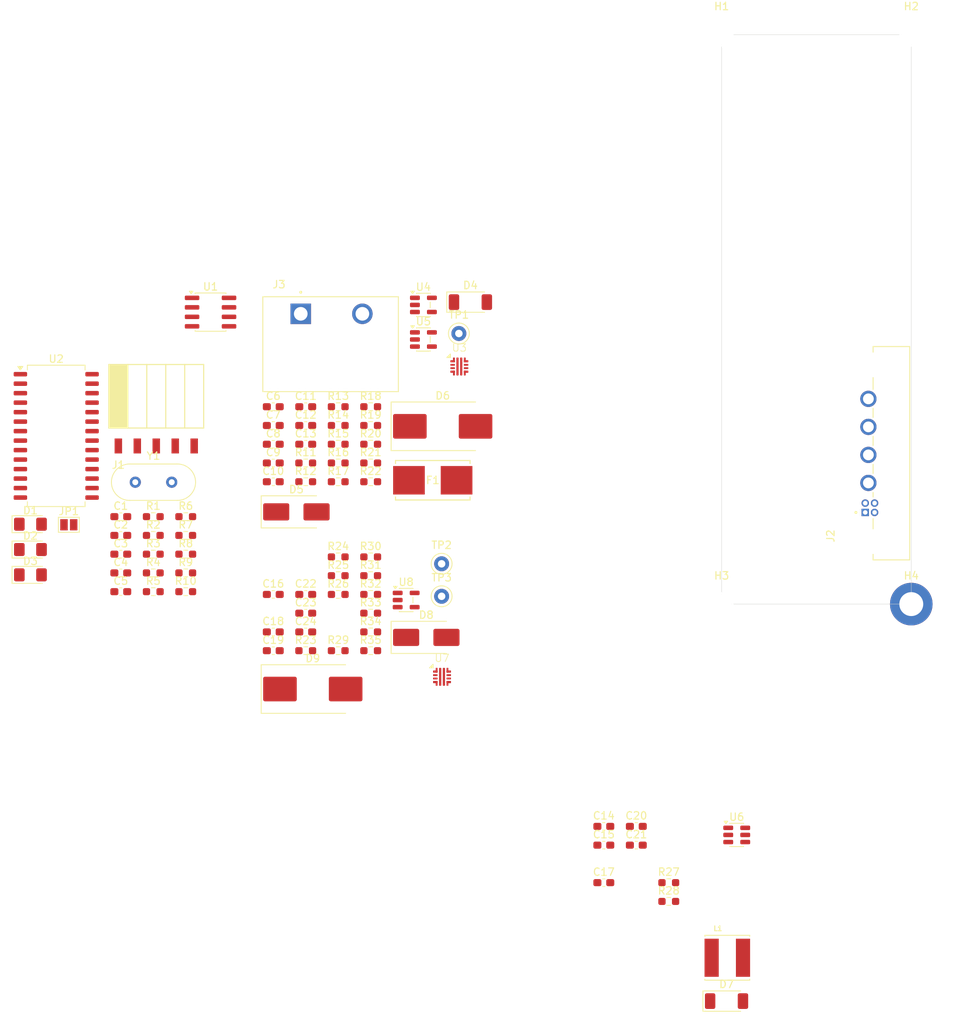
<source format=kicad_pcb>
(kicad_pcb (version 20241229) (generator "pcbnew") (generator_version "9.0")
  (layers (0 "F.Cu" signal) (4 "In1.Cu" power "PWR") (6 "In2.Cu" power "GND") (2 "B.Cu" signal) (13 "F.Paste" user) (15 "B.Paste" user) (5 "F.SilkS" user "F.Silkscreen") (7 "B.SilkS" user "B.Silkscreen") (1 "F.Mask" user) (3 "B.Mask" user) (25 "Edge.Cuts" user))
  (net 0 "")
  (net 1 "+12V")
  (net 2 "GND")
  (net 3 "+5V")
  (net 4 "Net-(JP1-A)")
  (net 5 "/OSC1")
  (net 6 "/OSC2")
  (net 7 "/5V_Current_Sense")
  (net 8 "/12V_Current_Sense")
  (net 9 "/Charge_Line")
  (net 10 "Net-(D3-K)")
  (net 11 "/CANL")
  (net 12 "+5V_SW")
  (net 13 "/CANH")
  (net 14 "/ICSPCLK")
  (net 15 "/~{MCLR}")
  (net 16 "/ICSPDAT")
  (net 17 "/BATT_Voltage_Sense")
  (net 18 "/5V_Voltage_Sense")
  (net 19 "/Red_LED")
  (net 20 "/Blue_LED")
  (net 21 "/White_LED")
  (net 22 "/CAN_TX")
  (net 23 "/CAN_RX")
  (net 24 "/12V_Fuse_FLT")
  (net 25 "+BATT")
  (net 26 "/BATT_Current_Sense")
  (net 27 "Net-(U3-ITIMER)")
  (net 28 "/5V_Fuse_FLT")
  (net 29 "Net-(J3-Pin_1)")
  (net 30 "/Charge Circuitry+12V-5V Buck/BATT_ISense_+")
  (net 31 "Net-(D1-K)")
  (net 32 "/5V_Fuse_RST{slash}EN")
  (net 33 "Net-(U3-dVdt)")
  (net 34 "Net-(U7-dVdt)")
  (net 35 "Net-(U7-ITIMER)")
  (net 36 "Net-(U7-OVLO)")
  (net 37 "/5V_Enable/5V_I_Sense_Op_Amp_In")
  (net 38 "Net-(U7-PGTH)")
  (net 39 "/12V_RST{slash}EN")
  (net 40 "/Charge Circuitry+12V-5V Buck/12V_I_Sense_Op_Amp_In")
  (net 41 "Net-(D2-K)")
  (net 42 "Net-(U2-~{MCLR})")
  (net 43 "/5V_Enable/Buck_In")
  (net 44 "Net-(U8--)")
  (net 45 "Net-(U6-VBST)")
  (net 46 "/5V_Enable/SW_PIN")
  (net 47 "Net-(U3-OVLO)")
  (net 48 "Net-(U5--)")
  (net 49 "Net-(R18-Pad2)")
  (net 50 "Net-(U3-PGTH)")
  (net 51 "Net-(R32-Pad2)")
  (net 58 "Net-(R21-Pad2)")
  (net 59 "Net-(U6-VFB)")
  (footprint "rocket_power_board:0154Series_LTF" (layer "F.Cu") (at 164.5088 85.0248)
    (property "Reference" "F1" (at 0 0 0) (layer "F.SilkS"))
    (property "Value" "0154005.DRL")
    (pad "1" smd rect (at -3.1877 0) (size 4.2418 3.81) (layers "F.Cu" "F.Mask" "F.Paste") (net 30 "/Charge Circuitry+12V-5V Buck/BATT_ISense_+"))
    (pad "2" smd rect (at 3.1877 0) (size 4.2418 3.81) (layers "F.Cu" "F.Mask" "F.Paste") (net 29 "Net-(J3-Pin_1)"))
  )
  (footprint "Resistor_SMD:R_0603_1608Metric_Pad0.98x0.95mm_HandSolder" (layer "F.Cu") (at 156.195 75.185)
    (property "Reference" "R18" (at 0 -1.43 0) (layer "F.SilkS"))
    (property "Value" "71.5k")
    (pad "1" smd roundrect (at -0.9125 0) (size 0.975 0.95) (layers "F.Cu" "F.Mask" "F.Paste") (net 48 "Net-(U5--)"))
    (pad "2" smd roundrect (at 0.9125 0) (size 0.975 0.95) (layers "F.Cu" "F.Mask" "F.Paste") (net 49 "Net-(R18-Pad2)"))
  )
  (footprint "Diode_SMD:D_SOD-128" (layer "F.Cu") (at 203.855 154.728)
    (property "Reference" "D7" (at 0 -2.25 0) (layer "F.SilkS"))
    (property "Value" "PMEG3030EP")
    (pad "1" smd roundrect (at -2.2 0) (size 1.4 2.1) (layers "F.Cu" "F.Mask" "F.Paste") (roundrect_rratio 0.1785714286) (net 43 "/5V_Enable/Buck_In"))
    (pad "2" smd roundrect (at 2.2 0) (size 1.4 2.1) (layers "F.Cu" "F.Mask" "F.Paste") (roundrect_rratio 0.1785714286) (net 25 "+BATT"))
  )
  (footprint "Capacitor_SMD:C_0603_1608Metric_Pad1.08x0.95mm_HandSolder" (layer "F.Cu") (at 122.725 89.895)
    (property "Reference" "C1" (at 0 -1.43 0) (layer "F.SilkS"))
    (property "Value" "10uF")
    (pad "1" smd roundrect (at -0.8625 0) (size 1.075 0.95) (layers "F.Cu" "F.Mask" "F.Paste") (net 3 "+5V"))
    (pad "2" smd roundrect (at 0.8625 0) (size 1.075 0.95) (layers "F.Cu" "F.Mask" "F.Paste") (net 2 "GND"))
  )
  (footprint "Resistor_SMD:R_0603_1608Metric_Pad0.98x0.95mm_HandSolder" (layer "F.Cu") (at 131.425 89.895)
    (property "Reference" "R6" (at 0 -1.43 0) (layer "F.SilkS"))
    (property "Value" "15k")
    (pad "1" smd roundrect (at -0.9125 0) (size 0.975 0.95) (layers "F.Cu" "F.Mask" "F.Paste") (net 3 "+5V"))
    (pad "2" smd roundrect (at 0.9125 0) (size 0.975 0.95) (layers "F.Cu" "F.Mask" "F.Paste") (net 18 "/5V_Voltage_Sense"))
  )
  (footprint "Capacitor_SMD:C_0603_1608Metric_Pad1.08x0.95mm_HandSolder" (layer "F.Cu") (at 147.495 75.185)
    (property "Reference" "C11" (at 0 -1.43 0) (layer "F.SilkS"))
    (property "Value" "1.6nF")
    (pad "1" smd roundrect (at -0.8625 0) (size 1.075 0.95) (layers "F.Cu" "F.Mask" "F.Paste") (net 26 "/BATT_Current_Sense"))
    (pad "2" smd roundrect (at 0.8625 0) (size 1.075 0.95) (layers "F.Cu" "F.Mask" "F.Paste") (net 2 "GND"))
  )
  (footprint "Capacitor_SMD:C_0603_1608Metric_Pad1.08x0.95mm_HandSolder" (layer "F.Cu") (at 147.495 100.305)
    (property "Reference" "C22" (at 0 -1.43 0) (layer "F.SilkS"))
    (property "Value" "1.0uF")
    (pad "1" smd roundrect (at -0.8625 0) (size 1.075 0.95) (layers "F.Cu" "F.Mask" "F.Paste") (net 3 "+5V"))
    (pad "2" smd roundrect (at 0.8625 0) (size 1.075 0.95) (layers "F.Cu" "F.Mask" "F.Paste") (net 2 "GND"))
  )
  (footprint "Capacitor_SMD:C_0603_1608Metric_Pad1.08x0.95mm_HandSolder" (layer "F.Cu") (at 187.42 131.348)
    (property "Reference" "C14" (at 0 -1.43 0) (layer "F.SilkS"))
    (property "Value" "10uF")
    (pad "1" smd roundrect (at -0.8625 0) (size 1.075 0.95) (layers "F.Cu" "F.Mask" "F.Paste") (net 43 "/5V_Enable/Buck_In"))
    (pad "2" smd roundrect (at 0.8625 0) (size 1.075 0.95) (layers "F.Cu" "F.Mask" "F.Paste") (net 2 "GND"))
  )
  (footprint "Resistor_SMD:R_0603_1608Metric_Pad0.98x0.95mm_HandSolder" (layer "F.Cu") (at 131.425 92.405)
    (property "Reference" "R7" (at 0 -1.43 0) (layer "F.SilkS"))
    (property "Value" "10k")
    (pad "1" smd roundrect (at -0.9125 0) (size 0.975 0.95) (layers "F.Cu" "F.Mask" "F.Paste") (net 2 "GND"))
    (pad "2" smd roundrect (at 0.9125 0) (size 0.975 0.95) (layers "F.Cu" "F.Mask" "F.Paste") (net 18 "/5V_Voltage_Sense"))
  )
  (footprint "Resistor_SMD:R_0603_1608Metric_Pad0.98x0.95mm_HandSolder" (layer "F.Cu") (at 147.495 107.835)
    (property "Reference" "R23" (at 0 -1.43 0) (layer "F.SilkS"))
    (property "Value" "400k")
    (pad "1" smd roundrect (at -0.9125 0) (size 0.975 0.95) (layers "F.Cu" "F.Mask" "F.Paste") (net 25 "+BATT"))
    (pad "2" smd roundrect (at 0.9125 0) (size 0.975 0.95) (layers "F.Cu" "F.Mask" "F.Paste") (net 32 "/5V_Fuse_RST{slash}EN"))
  )
  (footprint "TestPoint:TestPoint_Keystone_5000-5004_Miniature" (layer "F.Cu") (at 168.005 65.385)
    (property "Reference" "TP1" (at 0 -2.5 0) (layer "F.SilkS"))
    (property "Value" "12V_Voltage")
    (pad "1" thru_hole circle (at 0 0) (size 2 2) (drill 1) (layers "*.Cu" "*.Mask") (net 1 "+12V"))
  )
  (footprint "Resistor_SMD:R_0603_1608Metric_Pad0.98x0.95mm_HandSolder" (layer "F.Cu") (at 151.845 82.715)
    (property "Reference" "R16" (at 0 -1.43 0) (layer "F.SilkS"))
    (property "Value" "1.67k")
    (pad "1" smd roundrect (at -0.9125 0) (size 0.975 0.95) (layers "F.Cu" "F.Mask" "F.Paste") (net 40 "/Charge Circuitry+12V-5V Buck/12V_I_Sense_Op_Amp_In"))
    (pad "2" smd roundrect (at 0.9125 0) (size 0.975 0.95) (layers "F.Cu" "F.Mask" "F.Paste") (net 2 "GND"))
  )
  (footprint "Resistor_SMD:R_0603_1608Metric_Pad0.98x0.95mm_HandSolder" (layer "F.Cu") (at 156.195 102.815)
    (property "Reference" "R33" (at 0 -1.43 0) (layer "F.SilkS"))
    (property "Value" "30.5k")
    (pad "1" smd roundrect (at -0.9125 0) (size 0.975 0.95) (layers "F.Cu" "F.Mask" "F.Paste") (net 12 "+5V_SW"))
    (pad "2" smd roundrect (at 0.9125 0) (size 0.975 0.95) (layers "F.Cu" "F.Mask" "F.Paste") (net 38 "Net-(U7-PGTH)"))
  )
  (footprint "LED_SMD:LED_1206_3216Metric_Pad1.42x1.75mm_HandSolder" (layer "F.Cu") (at 110.62 97.685)
    (property "Reference" "D3" (at 0 -1.83 0) (layer "F.SilkS"))
    (property "Value" "WHITE")
    (pad "1" smd roundrect (at -1.4875 0) (size 1.425 1.75) (layers "F.Cu" "F.Mask" "F.Paste") (roundrect_rratio 0.175439) (net 10 "Net-(D3-K)"))
    (pad "2" smd roundrect (at 1.4875 0) (size 1.425 1.75) (layers "F.Cu" "F.Mask" "F.Paste") (roundrect_rratio 0.175439) (net 3 "+5V"))
  )
  (footprint "Diode_SMD:D_SMC_Handsoldering" (layer "F.Cu") (at 165.84 77.805)
    (property "Reference" "D6" (at 0 -4.1 0) (layer "F.SilkS"))
    (property "Value" "SS34")
    (pad "1" smd roundrect (at -4.4 0 90) (size 3.3 4.5) (layers "F.Cu" "F.Mask" "F.Paste") (roundrect_rratio 0.0757575758) (net 1 "+12V"))
    (pad "2" smd roundrect (at 4.4 0 90) (size 3.3 4.5) (layers "F.Cu" "F.Mask" "F.Paste") (roundrect_rratio 0.0757575758) (net 2 "GND"))
  )
  (footprint "Resistor_SMD:R_0603_1608Metric_Pad0.98x0.95mm_HandSolder" (layer "F.Cu") (at 151.845 100.305)
    (property "Reference" "R26" (at 0 -1.43 0) (layer "F.SilkS"))
    (property "Value" "50k")
    (pad "1" smd roundrect (at -0.9125 0) (size 0.975 0.95) (layers "F.Cu" "F.Mask" "F.Paste") (net 36 "Net-(U7-OVLO)"))
    (pad "2" smd roundrect (at 0.9125 0) (size 0.975 0.95) (layers "F.Cu" "F.Mask" "F.Paste") (net 2 "GND"))
  )
  (footprint "Capacitor_SMD:C_0603_1608Metric_Pad1.08x0.95mm_HandSolder" (layer "F.Cu") (at 147.495 77.695)
    (property "Reference" "C12" (at 0 -1.43 0) (layer "F.SilkS"))
    (property "Value" "1.6nF")
    (pad "1" smd roundrect (at -0.8625 0) (size 1.075 0.95) (layers "F.Cu" "F.Mask" "F.Paste") (net 8 "/12V_Current_Sense"))
    (pad "2" smd roundrect (at 0.8625 0) (size 1.075 0.95) (layers "F.Cu" "F.Mask" "F.Paste") (net 2 "GND"))
  )
  (footprint "Resistor_SMD:R_0603_1608Metric_Pad0.98x0.95mm_HandSolder" (layer "F.Cu") (at 127.075 92.405)
    (property "Reference" "R2" (at 0 -1.43 0) (layer "F.SilkS"))
    (property "Value" "10k")
    (pad "1" smd roundrect (at -0.9125 0) (size 0.975 0.95) (layers "F.Cu" "F.Mask" "F.Paste") (net 3 "+5V"))
    (pad "2" smd roundrect (at 0.9125 0) (size 0.975 0.95) (layers "F.Cu" "F.Mask" "F.Paste") (net 15 "/~{MCLR}"))
  )
  (footprint "Diode_SMD:D_SOD-128" (layer "F.Cu") (at 169.55 61.185)
    (property "Reference" "D4" (at 0 -2.25 0) (layer "F.SilkS"))
    (property "Value" "PMEG3030EP")
    (pad "1" smd roundrect (at -2.2 0) (size 1.4 2.1) (layers "F.Cu" "F.Mask" "F.Paste") (roundrect_rratio 0.1785714286) (net 25 "+BATT"))
    (pad "2" smd roundrect (at 2.2 0) (size 1.4 2.1) (layers "F.Cu" "F.Mask" "F.Paste") (roundrect_rratio 0.1785714286) (net 9 "/Charge_Line"))
  )
  (footprint "Resistor_SMD:R_0603_1608Metric_Pad0.98x0.95mm_HandSolder" (layer "F.Cu") (at 127.075 89.895)
    (property "Reference" "R1" (at 0 -1.43 0) (layer "F.SilkS"))
    (property "Value" "120R (DNP)")
    (pad "1" smd roundrect (at -0.9125 0) (size 0.975 0.95) (layers "F.Cu" "F.Mask" "F.Paste") (net 13 "/CANH"))
    (pad "2" smd roundrect (at 0.9125 0) (size 0.975 0.95) (layers "F.Cu" "F.Mask" "F.Paste") (net 11 "/CANL"))
  )
  (footprint "Package_TO_SOT_SMD:SOT-23-5" (layer "F.Cu") (at 163.255 61.56)
    (property "Reference" "U4" (at 0 -2.4 0) (layer "F.SilkS"))
    (property "Value" "INA180A3")
    (pad "1" smd roundrect (at -1.1375 -0.95) (size 1.325 0.6) (layers "F.Cu" "F.Mask" "F.Paste") (net 58 "Net-(R21-Pad2)"))
    (pad "2" smd roundrect (at -1.1375 0) (size 1.325 0.6) (layers "F.Cu" "F.Mask" "F.Paste") (net 2 "GND"))
    (pad "3" smd roundrect (at -1.1375 0.95) (size 1.325 0.6) (layers "F.Cu" "F.Mask" "F.Paste") (net 30 "/Charge Circuitry+12V-5V Buck/BATT_ISense_+"))
    (pad "4" smd roundrect (at 1.1375 0.95) (size 1.325 0.6) (layers "F.Cu" "F.Mask" "F.Paste") (net 25 "+BATT"))
    (pad "5" smd roundrect (at 1.1375 -0.95) (size 1.325 0.6) (layers "F.Cu" "F.Mask" "F.Paste") (net 3 "+5V"))
  )
  (footprint "canhw_footprints:PinSocket_5x2.54_SMD_90deg_952-3198-1-ND" (layer "F.Cu") (at 122.395 80.435)
    (property "Reference" "J1" (at 0 2.54 0) (layer "F.SilkS"))
    (property "Value" "Programming Connector")
    (pad "1" smd rect (at 0 0) (size 1 2) (layers "F.Cu" "F.Mask" "F.Paste") (net 15 "/~{MCLR}"))
    (pad "2" smd rect (at 2.54 0) (size 1 2) (layers "F.Cu" "F.Mask" "F.Paste") (net 3 "+5V"))
    (pad "3" smd rect (at 5.08 0) (size 1 2) (layers "F.Cu" "F.Mask" "F.Paste") (net 2 "GND"))
    (pad "4" smd rect (at 7.62 0) (size 1 2) (layers "F.Cu" "F.Mask" "F.Paste") (net 16 "/ICSPDAT"))
    (pad "5" smd rect (at 10.16 0) (size 1 2) (layers "F.Cu" "F.Mask" "F.Paste") (net 14 "/ICSPCLK"))
  )
  (footprint "Package_SO:SOIC-28W_7.5x18.7mm_P1.27mm" (layer "F.Cu") (at 114.075 79.085)
    (property "Reference" "U2" (at 0 -10.3 0) (layer "F.SilkS"))
    (property "Value" "PIC18F26K83-I/SO")
    (pad "1" smd roundrect (at -4.8 -8.255) (size 1.8 0.6) (layers "F.Cu" "F.Mask" "F.Paste") (net 42 "Net-(U2-~{MCLR})"))
    (pad "2" smd roundrect (at -4.8 -6.985) (size 1.8 0.6) (layers "F.Cu" "F.Mask" "F.Paste") (net 18 "/5V_Voltage_Sense"))
    (pad "3" smd roundrect (at -4.8 -5.715) (size 1.8 0.6) (layers "F.Cu" "F.Mask" "F.Paste"))
    (pad "4" smd roundrect (at -4.8 -4.445) (size 1.8 0.6) (layers "F.Cu" "F.Mask" "F.Paste"))
    (pad "5" smd roundrect (at -4.8 -3.175) (size 1.8 0.6) (layers "F.Cu" "F.Mask" "F.Paste"))
    (pad "6" smd roundrect (at -4.8 -1.905) (size 1.8 0.6) (layers "F.Cu" "F.Mask" "F.Paste") (net 19 "/Red_LED"))
    (pad "7" smd roundrect (at -4.8 -0.635) (size 1.8 0.6) (layers "F.Cu" "F.Mask" "F.Paste") (net 21 "/White_LED"))
    (pad "8" smd roundrect (at -4.8 0.635) (size 1.8 0.6) (layers "F.Cu" "F.Mask" "F.Paste") (net 2 "GND"))
    (pad "9" smd roundrect (at -4.8 1.905) (size 1.8 0.6) (layers "F.Cu" "F.Mask" "F.Paste") (net 5 "/OSC1"))
    (pad "10" smd roundrect (at -4.8 3.175) (size 1.8 0.6) (layers "F.Cu" "F.Mask" "F.Paste") (net 6 "/OSC2"))
    (pad "11" smd roundrect (at -4.8 4.445) (size 1.8 0.6) (layers "F.Cu" "F.Mask" "F.Paste"))
    (pad "12" smd roundrect (at -4.8 5.715) (size 1.8 0.6) (layers "F.Cu" "F.Mask" "F.Paste") (net 22 "/CAN_TX"))
    (pad "13" smd roundrect (at -4.8 6.985) (size 1.8 0.6) (layers "F.Cu" "F.Mask" "F.Paste") (net 23 "/CAN_RX"))
    (pad "14" smd roundrect (at -4.8 8.255) (size 1.8 0.6) (layers "F.Cu" "F.Mask" "F.Paste") (net 20 "/Blue_LED"))
    (pad "15" smd roundrect (at 4.8 8.255) (size 1.8 0.6) (layers "F.Cu" "F.Mask" "F.Paste") (net 28 "/5V_Fuse_FLT"))
    (pad "16" smd roundrect (at 4.8 6.985) (size 1.8 0.6) (layers "F.Cu" "F.Mask" "F.Paste") (net 24 "/12V_Fuse_FLT"))
    (pad "17" smd roundrect (at 4.8 5.715) (size 1.8 0.6) (layers "F.Cu" "F.Mask" "F.Paste") (net 26 "/BATT_Current_Sense"))
    (pad "18" smd roundrect (at 4.8 4.445) (size 1.8 0.6) (layers "F.Cu" "F.Mask" "F.Paste") (net 32 "/5V_Fuse_RST{slash}EN"))
    (pad "19" smd roundrect (at 4.8 3.175) (size 1.8 0.6) (layers "F.Cu" "F.Mask" "F.Paste") (net 2 "GND"))
    (pad "20" smd roundrect (at 4.8 1.905) (size 1.8 0.6) (layers "F.Cu" "F.Mask" "F.Paste") (net 3 "+5V"))
    (pad "21" smd roundrect (at 4.8 0.635) (size 1.8 0.6) (layers "F.Cu" "F.Mask" "F.Paste") (net 39 "/12V_RST{slash}EN"))
    (pad "22" smd roundrect (at 4.8 -0.635) (size 1.8 0.6) (layers "F.Cu" "F.Mask" "F.Paste") (net 17 "/BATT_Voltage_Sense"))
    (pad "23" smd roundrect (at 4.8 -1.905) (size 1.8 0.6) (layers "F.Cu" "F.Mask" "F.Paste"))
    (pad "24" smd roundrect (at 4.8 -3.175) (size 1.8 0.6) (layers "F.Cu" "F.Mask" "F.Paste") (net 7 "/5V_Current_Sense"))
    (pad "25" smd roundrect (at 4.8 -4.445) (size 1.8 0.6) (layers "F.Cu" "F.Mask" "F.Paste") (net 8 "/12V_Current_Sense"))
    (pad "26" smd roundrect (at 4.8 -5.715) (size 1.8 0.6) (layers "F.Cu" "F.Mask" "F.Paste"))
    (pad "27" smd roundrect (at 4.8 -6.985) (size 1.8 0.6) (layers "F.Cu" "F.Mask" "F.Paste") (net 14 "/ICSPCLK"))
    (pad "28" smd roundrect (at 4.8 -8.255) (size 1.8 0.6) (layers "F.Cu" "F.Mask" "F.Paste") (net 16 "/ICSPDAT"))
  )
  (footprint "MountingHole:MountingHole_3.2mm_M3_ISO7380" (layer "F.Cu") (at 228.6 25.4)
    (property "Reference" "H2" (at 0 -3.8 0) (layer "F.SilkS"))
    (property "Value" "MountingHole")
    (pad "" np_thru_hole circle (at 0 0) (size 3.2 3.2) (drill 3.2) (layers "*.Cu" "*.Mask"))
  )
  (footprint "Resistor_SMD:R_0603_1608Metric_Pad0.98x0.95mm_HandSolder" (layer "F.Cu") (at 147.495 82.715)
    (property "Reference" "R11" (at 0 -1.43 0) (layer "F.SilkS"))
    (property "Value" "10mR")
    (pad "1" smd roundrect (at -0.9125 0) (size 0.975 0.95) (layers "F.Cu" "F.Mask" "F.Paste") (net 25 "+BATT"))
    (pad "2" smd roundrect (at 0.9125 0) (size 0.975 0.95) (layers "F.Cu" "F.Mask" "F.Paste") (net 30 "/Charge Circuitry+12V-5V Buck/BATT_ISense_+"))
  )
  (footprint "Diode_SMD:D_SMC_Handsoldering" (layer "F.Cu") (at 148.44 112.965)
    (property "Reference" "D9" (at 0 -4.1 0) (layer "F.SilkS"))
    (property "Value" "SS34")
    (pad "1" smd roundrect (at -4.4 0 90) (size 3.3 4.5) (layers "F.Cu" "F.Mask" "F.Paste") (roundrect_rratio 0.0757575758) (net 12 "+5V_SW"))
    (pad "2" smd roundrect (at 4.4 0 90) (size 3.3 4.5) (layers "F.Cu" "F.Mask" "F.Paste") (roundrect_rratio 0.0757575758) (net 2 "GND"))
  )
  (footprint "Resistor_SMD:R_0603_1608Metric_Pad0.98x0.95mm_HandSolder" (layer "F.Cu") (at 151.845 75.185)
    (property "Reference" "R13" (at 0 -1.43 0) (layer "F.SilkS"))
    (property "Value" "14.7k")
    (pad "1" smd roundrect (at -0.9125 0) (size 0.975 0.95) (layers "F.Cu" "F.Mask" "F.Paste") (net 39 "/12V_RST{slash}EN"))
    (pad "2" smd roundrect (at 0.9125 0) (size 0.975 0.95) (layers "F.Cu" "F.Mask" "F.Paste") (net 47 "Net-(U3-OVLO)"))
  )
  (footprint "Capacitor_SMD:C_0603_1608Metric_Pad1.08x0.95mm_HandSolder" (layer "F.Cu") (at 143.145 85.225)
    (property "Reference" "C10" (at 0 -1.43 0) (layer "F.SilkS"))
    (property "Value" "1.0uF")
    (pad "1" smd roundrect (at -0.8625 0) (size 1.075 0.95) (layers "F.Cu" "F.Mask" "F.Paste") (net 3 "+5V"))
    (pad "2" smd roundrect (at 0.8625 0) (size 1.075 0.95) (layers "F.Cu" "F.Mask" "F.Paste") (net 2 "GND"))
  )
  (footprint "TestPoint:TestPoint_Keystone_5000-5004_Miniature" (layer "F.Cu") (at 165.695 96.205)
    (property "Reference" "TP2" (at 0 -2.5 0) (layer "F.SilkS"))
    (property "Value" "5V")
    (pad "1" thru_hole circle (at 0 0) (size 2 2) (drill 1) (layers "*.Cu" "*.Mask") (net 3 "+5V"))
  )
  (footprint "Capacitor_SMD:C_0603_1608Metric_Pad1.08x0.95mm_HandSolder" (layer "F.Cu") (at 147.495 80.205)
    (property "Reference" "C13" (at 0 -1.43 0) (layer "F.SilkS"))
    (property "Value" "22uF")
    (pad "1" smd roundrect (at -0.8625 0) (size 1.075 0.95) (layers "F.Cu" "F.Mask" "F.Paste") (net 1 "+12V"))
    (pad "2" smd roundrect (at 0.8625 0) (size 1.075 0.95) (layers "F.Cu" "F.Mask" "F.Paste") (net 2 "GND"))
  )
  (footprint "rocket_power_board:Texas_RPW0010A_VQFN-10_2x2mm" (layer "F.Cu") (at 165.75 111.33)
    (property "Reference" "U7" (at 0 -2.5 0) (layer "F.SilkS") (effects (font (thickness 0.1))))
    (property "Value" "TPS259474ARPWR")
    (pad "1" smd roundrect (at -0.9 -0.7) (size 0.6 0.3) (layers "F.Cu" "F.Mask") (roundrect_rratio 0.1666666667) (net 32 "/5V_Fuse_RST{slash}EN"))
    (pad "1" smd roundrect (at -0.725 -0.875 180) (size 0.25 0.65) (layers "F.Cu" "F.Mask") (roundrect_rratio 0.2) (net 32 "/5V_Fuse_RST{slash}EN"))
    (pad "2" smd roundrect (at -0.9 -0.225) (size 0.6 0.25) (layers "F.Cu" "F.Mask" "F.Paste") (roundrect_rratio 0.2) (net 36 "Net-(U7-OVLO)"))
    (pad "3" smd roundrect (at -0.9 0.225) (size 0.6 0.25) (layers "F.Cu" "F.Mask" "F.Paste") (roundrect_rratio 0.2) (net 28 "/5V_Fuse_FLT"))
    (pad "4" smd roundrect (at -0.9 0.7) (size 0.6 0.3) (layers "F.Cu" "F.Mask") (roundrect_rratio 0.1666666667) (net 38 "Net-(U7-PGTH)"))
    (pad "4" smd roundrect (at -0.725 0.875 180) (size 0.25 0.65) (layers "F.Cu" "F.Mask") (roundrect_rratio 0.2) (net 38 "Net-(U7-PGTH)"))
    (pad "5" smd roundrect (at -0.25 0) (size 0.3 2.4) (layers "F.Cu" "F.Mask") (net 3 "+5V"))
    (pad "6" smd roundrect (at 0.25 0) (size 0.3 2.4) (layers "F.Cu" "F.Mask") (net 12 "+5V_SW"))
    (pad "7" smd roundrect (at 0.725 0.875 180) (size 0.25 0.65) (layers "F.Cu" "F.Mask") (roundrect_rratio 0.2) (net 34 "Net-(U7-dVdt)"))
    (pad "7" smd roundrect (at 0.9 0.7 180) (size 0.6 0.3) (layers "F.Cu" "F.Mask") (roundrect_rratio 0.1666666667) (net 34 "Net-(U7-dVdt)"))
    (pad "8" smd roundrect (at 0.9 0.225 180) (size 0.6 0.25) (layers "F.Cu" "F.Mask" "F.Paste") (roundrect_rratio 0.2) (net 2 "GND"))
    (pad "9" smd roundrect (at 0.9 -0.225 180) (size 0.6 0.25) (layers "F.Cu" "F.Mask" "F.Paste") (roundrect_rratio 0.2) (net 37 "/5V_Enable/5V_I_Sense_Op_Amp_In"))
    (pad "10" smd roundrect (at 0.725 -0.875 180) (size 0.25 0.65) (layers "F.Cu" "F.Mask") (roundrect_rratio 0.2) (net 35 "Net-(U7-ITIMER)"))
    (pad "10" smd roundrect (at 0.9 -0.7 180) (size 0.6 0.3) (layers "F.Cu" "F.Mask") (roundrect_rratio 0.1666666667) (net 35 "Net-(U7-ITIMER)"))
  )
  (footprint "Resistor_SMD:R_0603_1608Metric_Pad0.98x0.95mm_HandSolder" (layer "F.Cu") (at 196.12 138.878)
    (property "Reference" "R27" (at 0 -1.43 0) (layer "F.SilkS"))
    (property "Value" "56.2k")
    (pad "1" smd roundrect (at -0.9125 0) (size 0.975 0.95) (layers "F.Cu" "F.Mask" "F.Paste") (net 3 "+5V"))
    (pad "2" smd roundrect (at 0.9125 0) (size 0.975 0.95) (layers "F.Cu" "F.Mask" "F.Paste") (net 59 "Net-(U6-VFB)"))
  )
  (footprint "Resistor_SMD:R_0603_1608Metric_Pad0.98x0.95mm_HandSolder" (layer "F.Cu") (at 196.12 141.388)
    (property "Reference" "R28" (at 0 -1.43 0) (layer "F.SilkS"))
    (property "Value" "10k")
    (pad "1" smd roundrect (at -0.9125 0) (size 0.975 0.95) (layers "F.Cu" "F.Mask" "F.Paste") (net 59 "Net-(U6-VFB)"))
    (pad "2" smd roundrect (at 0.9125 0) (size 0.975 0.95) (layers "F.Cu" "F.Mask" "F.Paste") (net 2 "GND"))
  )
  (footprint "canhw_footprints:TE_2-1437667-4" (layer "F.Cu") (at 146.825 62.75)
    (property "Reference" "J3" (at -2.905 -3.925 0) (layer "F.SilkS"))
    (property "Value" "4DB-P108-02")
    (pad "1" thru_hole rect (at 0 0) (size 2.7432 2.7432) (drill 1.8288) (layers "*.Cu" "*.Mask") (net 29 "Net-(J3-Pin_1)"))
    (pad "2" thru_hole circle (at 8.255 0) (size 2.7432 2.7432) (drill 1.8288) (layers "*.Cu" "*.Mask") (net 2 "GND"))
  )
  (footprint "TestPoint:TestPoint_Keystone_5000-5004_Miniature" (layer "F.Cu") (at 165.695 100.555)
    (property "Reference" "TP3" (at 0 -2.5 0) (layer "F.SilkS"))
    (property "Value" "5V_SW")
    (pad "1" thru_hole circle (at 0 0) (size 2 2) (drill 1) (layers "*.Cu" "*.Mask") (net 12 "+5V_SW"))
  )
  (footprint "Resistor_SMD:R_0603_1608Metric_Pad0.98x0.95mm_HandSolder" (layer "F.Cu") (at 151.845 97.795)
    (property "Reference" "R25" (at 0 -1.43 0) (layer "F.SilkS"))
    (property "Value" "180k")
    (pad "1" smd roundrect (at -0.9125 0) (size 0.975 0.95) (layers "F.Cu" "F.Mask" "F.Paste") (net 3 "+5V"))
    (pad "2" smd roundrect (at 0.9125 0) (size 0.975 0.95) (layers "F.Cu" "F.Mask" "F.Paste") (net 36 "Net-(U7-OVLO)"))
  )
  (footprint "Package_SO:SOIC-8_3.9x4.9mm_P1.27mm" (layer "F.Cu") (at 134.745 62.52)
    (property "Reference" "U1" (at 0 -3.4 0) (layer "F.SilkS"))
    (property "Value" "MCP2562")
    (pad "1" smd roundrect (at -2.475 -1.905) (size 1.95 0.6) (layers "F.Cu" "F.Mask" "F.Paste") (net 22 "/CAN_TX"))
    (pad "2" smd roundrect (at -2.475 -0.635) (size 1.95 0.6) (layers "F.Cu" "F.Mask" "F.Paste") (net 2 "GND"))
    (pad "3" smd roundrect (at -2.475 0.635) (size 1.95 0.6) (layers "F.Cu" "F.Mask" "F.Paste") (net 3 "+5V"))
    (pad "4" smd roundrect (at -2.475 1.905) (size 1.95 0.6) (layers "F.Cu" "F.Mask" "F.Paste") (net 23 "/CAN_RX"))
    (pad "5" smd roundrect (at 2.475 1.905) (size 1.95 0.6) (layers "F.Cu" "F.Mask" "F.Paste") (net 3 "+5V"))
    (pad "6" smd roundrect (at 2.475 0.635) (size 1.95 0.6) (layers "F.Cu" "F.Mask" "F.Paste") (net 11 "/CANL"))
    (pad "7" smd roundrect (at 2.475 -0.635) (size 1.95 0.6) (layers "F.Cu" "F.Mask" "F.Paste") (net 13 "/CANH"))
    (pad "8" smd roundrect (at 2.475 -1.905) (size 1.95 0.6) (layers "F.Cu" "F.Mask" "F.Paste") (net 2 "GND"))
  )
  (footprint "Resistor_SMD:R_0603_1608Metric_Pad0.98x0.95mm_HandSolder" (layer "F.Cu") (at 156.195 85.225)
    (property "Reference" "R22" (at 0 -1.43 0) (layer "F.SilkS"))
    (property "Value" "500R")
    (pad "1" smd roundrect (at -0.9125 0) (size 0.975 0.95) (layers "F.Cu" "F.Mask" "F.Paste") (net 8 "/12V_Current_Sense"))
    (pad "2" smd roundrect (at 0.9125 0) (size 0.975 0.95) (layers "F.Cu" "F.Mask" "F.Paste") (net 49 "Net-(R18-Pad2)"))
  )
  (footprint "MountingHole:MountingHole_3.2mm_M3_ISO7380" (layer "F.Cu") (at 203.2 25.4)
    (property "Reference" "H1" (at 0 -3.8 0) (layer "F.SilkS"))
    (property "Value" "MountingHole")
    (pad "" np_thru_hole circle (at 0 0) (size 3.2 3.2) (drill 3.2) (layers "*.Cu" "*.Mask"))
  )
  (footprint "Capacitor_SMD:C_0603_1608Metric_Pad1.08x0.95mm_HandSolder" (layer "F.Cu") (at 122.725 94.915)
    (property "Reference" "C3" (at 0 -1.43 0) (layer "F.SilkS"))
    (property "Value" "0.1uF")
    (pad "1" smd roundrect (at -0.8625 0) (size 1.075 0.95) (layers "F.Cu" "F.Mask" "F.Paste") (net 3 "+5V"))
    (pad "2" smd roundrect (at 0.8625 0) (size 1.075 0.95) (layers "F.Cu" "F.Mask" "F.Paste") (net 2 "GND"))
  )
  (footprint "Package_TO_SOT_SMD:SOT-23-5" (layer "F.Cu") (at 160.945 101.055)
    (property "Reference" "U8" (at 0 -2.4 0) (layer "F.SilkS"))
    (property "Value" "OPA333AIDR")
    (pad "1" smd roundrect (at -1.1375 -0.95) (size 1.325 0.6) (layers "F.Cu" "F.Mask" "F.Paste") (net 51 "Net-(R32-Pad2)"))
    (pad "2" smd roundrect (at -1.1375 0) (size 1.325 0.6) (layers "F.Cu" "F.Mask" "F.Paste") (net 2 "GND"))
    (pad "3" smd roundrect (at -1.1375 0.95) (size 1.325 0.6) (layers "F.Cu" "F.Mask" "F.Paste") (net 37 "/5V_Enable/5V_I_Sense_Op_Amp_In"))
    (pad "4" smd roundrect (at 1.1375 0.95) (size 1.325 0.6) (layers "F.Cu" "F.Mask" "F.Paste") (net 44 "Net-(U8--)"))
    (pad "5" smd roundrect (at 1.1375 -0.95) (size 1.325 0.6) (layers "F.Cu" "F.Mask" "F.Paste") (net 3 "+5V"))
  )
  (footprint "Jumper:SolderJumper-2_P1.3mm_Open_Pad1.0x1.5mm" (layer "F.Cu") (at 115.765 90.985)
    (property "Reference" "JP1" (at 0 -1.8 0) (layer "F.SilkS"))
    (property "Value" "Solder Jumper")
    (pad "1" smd rect (at -0.65 0) (size 1 1.5) (layers "F.Cu" "F.Mask") (net 4 "Net-(JP1-A)"))
    (pad "2" smd rect (at 0.65 0) (size 1 1.5) (layers "F.Cu" "F.Mask") (net 15 "/~{MCLR}"))
  )
  (footprint "Capacitor_SMD:C_0603_1608Metric_Pad1.08x0.95mm_HandSolder" (layer "F.Cu") (at 187.42 133.858)
    (property "Reference" "C15" (at 0 -1.43 0) (layer "F.SilkS"))
    (property "Value" "10uF")
    (pad "1" smd roundrect (at -0.8625 0) (size 1.075 0.95) (layers "F.Cu" "F.Mask" "F.Paste") (net 43 "/5V_Enable/Buck_In"))
    (pad "2" smd roundrect (at 0.8625 0) (size 1.075 0.95) (layers "F.Cu" "F.Mask" "F.Paste") (net 2 "GND"))
  )
  (footprint "Crystal:Crystal_HC49-4H_Vertical" (layer "F.Cu") (at 124.665 85.285)
    (property "Reference" "Y1" (at 2.44 -3.52 0) (layer "F.SilkS"))
    (property "Value" "12 MHz")
    (pad "1" thru_hole circle (at 0 0) (size 1.5 1.5) (drill 0.8) (layers "*.Cu" "*.Mask") (net 6 "/OSC2"))
    (pad "2" thru_hole circle (at 4.88 0) (size 1.5 1.5) (drill 0.8) (layers "*.Cu" "*.Mask") (net 5 "/OSC1"))
  )
  (footprint "Capacitor_SMD:C_0603_1608Metric_Pad1.08x0.95mm_HandSolder" (layer "F.Cu") (at 191.77 131.348)
    (property "Reference" "C20" (at 0 -1.43 0) (layer "F.SilkS"))
    (property "Value" "22uF")
    (pad "1" smd roundrect (at -0.8625 0) (size 1.075 0.95) (layers "F.Cu" "F.Mask" "F.Paste") (net 3 "+5V"))
    (pad "2" smd roundrect (at 0.8625 0) (size 1.075 0.95) (layers "F.Cu" "F.Mask" "F.Paste") (net 2 "GND"))
  )
  (footprint "Capacitor_SMD:C_0603_1608Metric_Pad1.08x0.95mm_HandSolder" (layer "F.Cu") (at 143.145 105.325)
    (property "Reference" "C18" (at 0 -1.43 0) (layer "F.SilkS"))
    (property "Value" "F")
    (pad "1" smd roundrect (at -0.8625 0) (size 1.075 0.95) (layers "F.Cu" "F.Mask" "F.Paste") (net 35 "Net-(U7-ITIMER)"))
    (pad "2" smd roundrect (at 0.8625 0) (size 1.075 0.95) (layers "F.Cu" "F.Mask" "F.Paste") (net 2 "GND"))
  )
  (footprint "Capacitor_SMD:C_0603_1608Metric_Pad1.08x0.95mm_HandSolder" (layer "F.Cu") (at 191.77 133.858)
    (property "Reference" "C21" (at 0 -1.43 0) (layer "F.SilkS"))
    (property "Value" "22uF")
    (pad "1" smd roundrect (at -0.8625 0) (size 1.075 0.95) (layers "F.Cu" "F.Mask" "F.Paste") (net 3 "+5V"))
    (pad "2" smd roundrect (at 0.8625 0) (size 1.075 0.95) (layers "F.Cu" "F.Mask" "F.Paste") (net 2 "GND"))
  )
  (footprint "Capacitor_SMD:C_0603_1608Metric_Pad1.08x0.95mm_HandSolder" (layer "F.Cu") (at 122.725 97.425)
    (property "Reference" "C4" (at 0 -1.43 0) (layer "F.SilkS"))
    (property "Value" "27pF")
    (pad "1" smd roundrect (at -0.8625 0) (size 1.075 0.95) (layers "F.Cu" "F.Mask" "F.Paste") (net 2 "GND"))
    (pad "2" smd roundrect (at 0.8625 0) (size 1.075 0.95) (layers "F.Cu" "F.Mask" "F.Paste") (net 5 "/OSC1"))
  )
  (footprint "Resistor_SMD:R_0603_1608Metric_Pad0.98x0.95mm_HandSolder" (layer "F.Cu") (at 127.075 97.425)
    (property "Reference" "R4" (at 0 -1.43 0) (layer "F.SilkS"))
    (property "Value" "100k")
    (pad "1" smd roundrect (at -0.9125 0) (size 0.975 0.95) (layers "F.Cu" "F.Mask" "F.Paste") (net 2 "GND"))
    (pad "2" smd roundrect (at 0.9125 0) (size 0.975 0.95) (layers "F.Cu" "F.Mask" "F.Paste") (net 17 "/BATT_Voltage_Sense"))
  )
  (footprint "Resistor_SMD:R_0603_1608Metric_Pad0.98x0.95mm_HandSolder" (layer "F.Cu") (at 156.195 82.715)
    (property "Reference" "R21" (at 0 -1.43 0) (layer "F.SilkS"))
    (property "Value" "500R")
    (pad "1" smd roundrect (at -0.9125 0) (size 0.975 0.95) (layers "F.Cu" "F.Mask" "F.Paste") (net 26 "/BATT_Current_Sense"))
    (pad "2" smd roundrect (at 0.9125 0) (size 0.975 0.95) (layers "F.Cu" "F.Mask" "F.Paste") (net 58 "Net-(R21-Pad2)"))
  )
  (footprint "Resistor_SMD:R_0603_1608Metric_Pad0.98x0.95mm_HandSolder" (layer "F.Cu") (at 156.195 105.325)
    (property "Reference" "R34" (at 0 -1.43 0) (layer "F.SilkS"))
    (property "Value" "10k")
    (pad "1" smd roundrect (at -0.9125 0) (size 0.975 0.95) (layers "F.Cu" "F.Mask" "F.Paste") (net 38 "Net-(U7-PGTH)"))
    (pad "2" smd roundrect (at 0.9125 0) (size 0.975 0.95) (layers "F.Cu" "F.Mask" "F.Paste") (net 2 "GND"))
  )
  (footprint "Resistor_SMD:R_0603_1608Metric_Pad0.98x0.95mm_HandSolder" (layer "F.Cu") (at 156.195 95.285)
    (property "Reference" "R30" (at 0 -1.43 0) (layer "F.SilkS"))
    (property "Value" "20k")
    (pad "1" smd roundrect (at -0.9125 0) (size 0.975 0.95) (layers "F.Cu" "F.Mask" "F.Paste") (net 3 "+5V"))
    (pad "2" smd roundrect (at 0.9125 0) (size 0.975 0.95) (layers "F.Cu" "F.Mask" "F.Paste") (net 28 "/5V_Fuse_FLT"))
  )
  (footprint "Package_TO_SOT_SMD:SOT-23-6" (layer "F.Cu") (at 205.22 132.493)
    (property "Reference" "U6" (at 0 -2.4 0) (layer "F.SilkS"))
    (property "Value" "TPS563200")
    (pad "1" smd roundrect (at -1.1375 -0.95) (size 1.325 0.6) (layers "F.Cu" "F.Mask" "F.Paste") (net 2 "GND"))
    (pad "2" smd roundrect (at -1.1375 0) (size 1.325 0.6) (layers "F.Cu" "F.Mask" "F.Paste") (net 46 "/5V_Enable/SW_PIN"))
    (pad "3" smd roundrect (at -1.1375 0.95) (size 1.325 0.6) (layers "F.Cu" "F.Mask" "F.Paste") (net 43 "/5V_Enable/Buck_In"))
    (pad "4" smd roundrect (at 1.1375 0.95) (size 1.325 0.6) (layers "F.Cu" "F.Mask" "F.Paste") (net 59 "Net-(U6-VFB)"))
    (pad "5" smd roundrect (at 1.1375 0) (size 1.325 0.6) (layers "F.Cu" "F.Mask" "F.Paste") (net 43 "/5V_Enable/Buck_In"))
    (pad "6" smd roundrect (at 1.1375 -0.95) (size 1.325 0.6) (layers "F.Cu" "F.Mask" "F.Paste") (net 45 "Net-(U6-VBST)"))
  )
  (footprint "Capacitor_SMD:C_0603_1608Metric_Pad1.08x0.95mm_HandSolder" (layer "F.Cu") (at 147.495 102.815)
    (property "Reference" "C23" (at 0 -1.43 0) (layer "F.SilkS"))
    (property "Value" "22uF")
    (pad "1" smd roundrect (at -0.8625 0) (size 1.075 0.95) (layers "F.Cu" "F.Mask" "F.Paste") (net 12 "+5V_SW"))
    (pad "2" smd roundrect (at 0.8625 0) (size 1.075 0.95) (layers "F.Cu" "F.Mask" "F.Paste") (net 2 "GND"))
  )
  (footprint "Resistor_SMD:R_0603_1608Metric_Pad0.98x0.95mm_HandSolder" (layer "F.Cu") (at 156.195 77.695)
    (property "Reference" "R19" (at 0 -1.43 0) (layer "F.SilkS"))
    (property "Value" "83.5k")
    (pad "1" smd roundrect (at -0.9125 0) (size 0.975 0.95) (layers "F.Cu" "F.Mask" "F.Paste") (net 1 "+12V"))
    (pad "2" smd roundrect (at 0.9125 0) (size 0.975 0.95) (layers "F.Cu" "F.Mask" "F.Paste") (net 50 "Net-(U3-PGTH)"))
  )
  (footprint "Resistor_SMD:R_0603_1608Metric_Pad0.98x0.95mm_HandSolder" (layer "F.Cu") (at 156.195 80.205)
    (property "Reference" "R20" (at 0 -1.43 0) (layer "F.SilkS"))
    (property "Value" "10k")
    (pad "1" smd roundrect (at -0.9125 0) (size 0.975 0.95) (layers "F.Cu" "F.Mask" "F.Paste") (net 50 "Net-(U3-PGTH)"))
    (pad "2" smd roundrect (at 0.9125 0) (size 0.975 0.95) (layers "F.Cu" "F.Mask" "F.Paste") (net 2 "GND"))
  )
  (footprint "rocket_power_board:IND_VLS6045EX-3R3N" (layer "F.Cu") (at 203.96 148.928)
    (property "Reference" "L1" (at -1.268 -3.9064 0) (layer "F.SilkS") (effects (font (size 0.64 0.64))))
    (property "Value" "3.3uH")
    (pad "1" smd rect (at -2.1 0) (size 1.9 5.1) (layers "F.Cu" "F.Mask" "F.Paste") (net 46 "/5V_Enable/SW_PIN"))
    (pad "2" smd rect (at 2.1 0) (size 1.9 5.1) (layers "F.Cu" "F.Mask" "F.Paste") (net 3 "+5V"))
  )
  (footprint "Capacitor_SMD:C_0603_1608Metric_Pad1.08x0.95mm_HandSolder" (layer "F.Cu") (at 143.145 80.205)
    (property "Reference" "C8" (at 0 -1.43 0) (layer "F.SilkS"))
    (property "Value" "100pF")
    (pad "1" smd roundrect (at -0.8625 0) (size 1.075 0.95) (layers "F.Cu" "F.Mask" "F.Paste") (net 33 "Net-(U3-dVdt)"))
    (pad "2" smd roundrect (at 0.8625 0) (size 1.075 0.95) (layers "F.Cu" "F.Mask" "F.Paste") (net 2 "GND"))
  )
  (footprint "Resistor_SMD:R_0603_1608Metric_Pad0.98x0.95mm_HandSolder" (layer "F.Cu") (at 127.075 94.915)
    (property "Reference" "R3" (at 0 -1.43 0) (layer "F.SilkS"))
    (property "Value" "220k")
    (pad "1" smd roundrect (at -0.9125 0) (size 0.975 0.95) (layers "F.Cu" "F.Mask" "F.Paste") (net 25 "+BATT"))
    (pad "2" smd roundrect (at 0.9125 0) (size 0.975 0.95) (layers "F.Cu" "F.Mask" "F.Paste") (net 17 "/BATT_Voltage_Sense"))
  )
  (footprint "Resistor_SMD:R_0603_1608Metric_Pad0.98x0.95mm_HandSolder" (layer "F.Cu") (at 131.425 94.915)
    (property "Reference" "R8" (at 0 -1.43 0) (layer "F.SilkS"))
    (property "Value" "500R")
    (pad "1" smd roundrect (at -0.9125 0) (size 0.975 0.95) (layers "F.Cu" "F.Mask" "F.Paste") (net 31 "Net-(D1-K)"))
    (pad "2" smd roundrect (at 0.9125 0) (size 0.975 0.95) (layers "F.Cu" "F.Mask" "F.Paste") (net 19 "/Red_LED"))
  )
  (footprint "Capacitor_SMD:C_0603_1608Metric_Pad1.08x0.95mm_HandSolder" (layer "F.Cu") (at 147.495 105.325)
    (property "Reference" "C24" (at 0 -1.43 0) (layer "F.SilkS"))
    (property "Value" "1.6nF")
    (pad "1" smd roundrect (at -0.8625 0) (size 1.075 0.95) (layers "F.Cu" "F.Mask" "F.Paste") (net 7 "/5V_Current_Sense"))
    (pad "2" smd roundrect (at 0.8625 0) (size 1.075 0.95) (layers "F.Cu" "F.Mask" "F.Paste") (net 2 "GND"))
  )
  (footprint "MountingHole:MountingHole_3.2mm_M3_ISO7380" (layer "F.Cu") (at 203.2 101.6)
    (property "Reference" "H3" (at 0 -3.8 0) (layer "F.SilkS"))
    (property "Value" "MountingHole")
    (pad "" np_thru_hole circle (at 0 0) (size 3.2 3.2) (drill 3.2) (layers "*.Cu" "*.Mask"))
  )
  (footprint "Capacitor_SMD:C_0603_1608Metric_Pad1.08x0.95mm_HandSolder" (layer "F.Cu") (at 122.725 92.405)
    (property "Reference" "C2" (at 0 -1.43 0) (layer "F.SilkS"))
    (property "Value" "0.1uF")
    (pad "1" smd roundrect (at -0.8625 0) (size 1.075 0.95) (layers "F.Cu" "F.Mask" "F.Paste") (net 4 "Net-(JP1-A)"))
    (pad "2" smd roundrect (at 0.8625 0) (size 1.075 0.95) (layers "F.Cu" "F.Mask" "F.Paste") (net 2 "GND"))
  )
  (footprint "Resistor_SMD:R_0603_1608Metric_Pad0.98x0.95mm_HandSolder" (layer "F.Cu") (at 151.845 107.835)
    (property "Reference" "R29" (at 0 -1.43 0) (layer "F.SilkS"))
    (property "Value" "1.67k")
    (pad "1" smd roundrect (at -0.9125 0) (size 0.975 0.95) (layers "F.Cu" "F.Mask" "F.Paste") (net 37 "/5V_Enable/5V_I_Sense_Op_Amp_In"))
    (pad "2" smd roundrect (at 0.9125 0) (size 0.975 0.95) (layers "F.Cu" "F.Mask" "F.Paste") (net 2 "GND"))
  )
  (footprint "Capacitor_SMD:C_0603_1608Metric_Pad1.08x0.95mm_HandSolder" (layer "F.Cu") (at 187.42 138.878)
    (property "Reference" "C17" (at 0 -1.43 0) (layer "F.SilkS"))
    (property "Value" "100nF")
    (pad "1" smd roundrect (at -0.8625 0) (size 1.075 0.95) (layers "F.Cu" "F.Mask" "F.Paste") (net 46 "/5V_Enable/SW_PIN"))
    (pad "2" smd roundrect (at 0.8625 0) (size 1.075 0.95) (layers "F.Cu" "F.Mask" "F.Paste") (net 45 "Net-(U6-VBST)"))
  )
  (footprint "rocket_power_board:Texas_RPW0010A_VQFN-10_2x2mm" (layer "F.Cu") (at 168.07 69.8)
    (property "Reference" "U3" (at 0 -2.5 0) (layer "F.SilkS") (effects (font (thickness 0.1))))
    (property "Value" "TPS259474ARPWR")
    (pad "1" smd roundrect (at -0.9 -0.7) (size 0.6 0.3) (layers "F.Cu" "F.Mask") (roundrect_rratio 0.1666666667) (net 39 "/12V_RST{slash}EN"))
    (pad "1" smd roundrect (at -0.725 -0.875 180) (size 0.25 0.65) (layers "F.Cu" "F.Mask") (roundrect_rratio 0.2) (net 39 "/12V_RST{slash}EN"))
    (pad "2" smd roundrect (at -0.9 -0.225) (size 0.6 0.25) (layers "F.Cu" "F.Mask" "F.Paste") (roundrect_rratio 0.2) (net 47 "Net-(U3-OVLO)"))
    (pad "3" smd roundrect (at -0.9 0.225) (size 0.6 0.25) (layers "F.Cu" "F.Mask" "F.Paste") (roundrect_rratio 0.2) (net 24 "/12V_Fuse_FLT"))
    (pad "4" smd roundrect (at -0.9 0.7) (size 0.6 0.3) (layers "F.Cu" "F.Mask") (roundrect_rratio 0.1666666667) (net 50 "Net-(U3-PGTH)"))
    (pad "4" smd roundrect (at -0.725 0.875 180) (size 0.25 0.65) (layers "F.Cu" "F.Mask") (roundrect_rratio 0.2) (net 50 "Net-(U3-PGTH)"))
    (pad "5" smd roundrect (at -0.25 0) (size 0.3 2.4) (layers "F.Cu" "F.Mask") (net 25 "+BATT"))
    (pad "6" smd roundrect (at 0.25 0) (size 0.3 2.4) (layers "F.Cu" "F.Mask") (net 1 "+12V"))
    (pad "7" smd roundrect (at 0.725 0.875 180) (size 0.25 0.65) (layers "F.Cu" "F.Mask") (roundrect_rratio 0.2) (net 33 "Net-(U3-dVdt)"))
    (pad "7" smd roundrect (at 0.9 0.7 180) (size 0.6 0.3) (layers "F.Cu" "F.Mask") (roundrect_rratio 0.1666666667) (net 33 "Net-(U3-dVdt)"))
    (pad "8" smd roundrect (at 0.9 0.225 180) (size 0.6 0.25) (layers "F.Cu" "F.Mask" "F.Paste") (roundrect_rratio 0.2) (net 2 "GND"))
    (pad "9" smd roundrect (at 0.9 -0.225 180) (size 0.6 0.25) (layers "F.Cu" "F.Mask" "F.Paste") (roundrect_rratio 0.2) (net 40 "/Charge Circuitry+12V-5V Buck/12V_I_Sense_Op_Amp_In"))
    (pad "10" smd roundrect (at 0.725 -0.875 180) (size 0.25 0.65) (layers "F.Cu" "F.Mask") (roundrect_rratio 0.2) (net 27 "Net-(U3-ITIMER)"))
    (pad "10" smd roundrect (at 0.9 -0.7 180) (size 0.6 0.3) (layers "F.Cu" "F.Mask") (roundrect_rratio 0.1666666667) (net 27 "Net-(U3-ITIMER)"))
  )
  (footprint "Resistor_SMD:R_0603_1608Metric_Pad0.98x0.95mm_HandSolder" (layer "F.Cu") (at 151.845 85.225)
    (property "Reference" "R17" (at 0 -1.43 0) (layer "F.SilkS"))
    (property "Value" "10k")
    (pad "1" smd roundrect (at -0.9125 0) (size 0.975 0.95) (layers "F.Cu" "F.Mask" "F.Paste") (net 48 "Net-(U5--)"))
    (pad "2" smd roundrect (at 0.9125 0) (size 0.975 0.95) (layers "F.Cu" "F.Mask" "F.Paste") (net 2 "GND"))
  )
  (footprint "LED_SMD:LED_1206_3216Metric_Pad1.42x1.75mm_HandSolder" (layer "F.Cu") (at 110.62 94.295)
    (property "Reference" "D2" (at 0 -1.83 0) (layer "F.SilkS"))
    (property "Value" "BLUE")
    (pad "1" smd roundrect (at -1.4875 0) (size 1.425 1.75) (layers "F.Cu" "F.Mask" "F.Paste") (roundrect_rratio 0.175439) (net 41 "Net-(D2-K)"))
    (pad "2" smd roundrect (at 1.4875 0) (size 1.425 1.75) (layers "F.Cu" "F.Mask" "F.Paste") (roundrect_rratio 0.175439) (net 3 "+5V"))
  )
  (footprint "Capacitor_SMD:C_0603_1608Metric_Pad1.08x0.95mm_HandSolder" (layer "F.Cu") (at 143.145 82.715)
    (property "Reference" "C9" (at 0 -1.43 0) (layer "F.SilkS"))
    (property "Value" "1.0uF")
    (pad "1" smd roundrect (at -0.8625 0) (size 1.075 0.95) (layers "F.Cu" "F.Mask" "F.Paste") (net 3 "+5V"))
    (pad "2" smd roundrect (at 0.8625 0) (size 1.075 0.95) (layers "F.Cu" "F.Mask" "F.Paste") (net 2 "GND"))
  )
  (footprint "Capacitor_SMD:C_0603_1608Metric_Pad1.08x0.95mm_HandSolder" (layer "F.Cu") (at 143.145 77.695)
    (property "Reference" "C7" (at 0 -1.43 0) (layer "F.SilkS"))
    (property "Value" "F")
    (pad "1" smd roundrect (at -0.8625 0) (size 1.075 0.95) (layers "F.Cu" "F.Mask" "F.Paste") (net 27 "Net-(U3-ITIMER)"))
    (pad "2" smd roundrect (at 0.8625 0) (size 1.075 0.95) (layers "F.Cu" "F.Mask" "F.Paste") (net 2 "GND"))
  )
  (footprint "Capacitor_SMD:C_0603_1608Metric_Pad1.08x0.95mm_HandSolder" (layer "F.Cu") (at 143.145 107.835)
    (property "Reference" "C19" (at 0 -1.43 0) (layer "F.SilkS"))
    (property "Value" "100pF")
    (pad "1" smd roundrect (at -0.8625 0) (size 1.075 0.95) (layers "F.Cu" "F.Mask" "F.Paste") (net 34 "Net-(U7-dVdt)"))
    (pad "2" smd roundrect (at 0.8625 0) (size 1.075 0.95) (layers "F.Cu" "F.Mask" "F.Paste") (net 2 "GND"))
  )
  (footprint "Resistor_SMD:R_0603_1608Metric_Pad0.98x0.95mm_HandSolder" (layer "F.Cu") (at 151.845 95.285)
    (property "Reference" "R24" (at 0 -1.43 0) (layer "F.SilkS"))
    (property "Value" "50k")
    (pad "1" smd roundrect (at -0.9125 0) (size 0.975 0.95) (layers "F.Cu" "F.Mask" "F.Paste") (net 32 "/5V_Fuse_RST{slash}EN"))
    (pad "2" smd roundrect (at 0.9125 0) (size 0.975 0.95) (layers "F.Cu" "F.Mask" "F.Paste") (net 2 "GND"))
  )
  (footprint "Resistor_SMD:R_0603_1608Metric_Pad0.98x0.95mm_HandSolder" (layer "F.Cu") (at 151.845 80.205)
    (property "Reference" "R15" (at 0 -1.43 0) (layer "F.SilkS"))
    (property "Value" "20k")
    (pad "1" smd roundrect (at -0.9125 0) (size 0.975 0.95) (layers "F.Cu" "F.Mask" "F.Paste") (net 3 "+5V"))
    (pad "2" smd roundrect (at 0.9125 0) (size 0.975 0.95) (layers "F.Cu" "F.Mask" "F.Paste") (net 24 "/12V_Fuse_FLT"))
  )
  (footprint "canhw_footprints:connector_Harwin_G125-MH104M4-04AD000P" (layer "F.Cu") (at 225.933 81.407 90)
    (property "Reference" "J2" (at -11.075 -8.135 90) (layer "F.SilkS"))
    (property "Value" "G125-MH104M4-04AD000P")
    (pad "" np_thru_hole circle (at -11.825 -3.7 90) (size 2.55 2.55) (drill 2.55) (layers "*.Cu" "*.Mask"))
    (pad "" np_thru_hole circle (at 11.825 -3.7 90) (size 2.55 2.55) (drill 2.55) (layers "*.Cu" "*.Mask"))
    (pad "1" thru_hole rect (at -7.925 -3.5 90) (size 1 1) (drill 0.6) (layers "*.Cu" "*.Mask") (net 13 "/CANH"))
    (pad "2" thru_hole circle (at -6.675 -3.5 90) (size 1 1) (drill 0.6) (layers "*.Cu" "*.Mask") (net 11 "/CANL"))
    (pad "3" thru_hole circle (at -7.925 -2.25 90) (size 1 1) (drill 0.6) (layers "*.Cu" "*.Mask"))
    (pad "4" thru_hole circle (at -6.675 -2.25 90) (size 1 1) (drill 0.6) (layers "*.Cu" "*.Mask"))
    (pad "A" thru_hole circle (at -3.975 -3.08 90) (size 2.175 2.175) (drill 1.45) (layers "*.Cu" "*.Mask") (net 9 "/Charge_Line"))
    (pad "B" thru_hole circle (at -0.225 -3.08 90) (size 2.175 2.175) (drill 1.45) (layers "*.Cu" "*.Mask") (net 1 "+12V"))
    (pad "C" thru_hole circle (at 3.525 -3.08 90) (size 2.175 2.175) (drill 1.45) (layers "*.Cu" "*.Mask") (net 12 "+5V_SW"))
    (pad "D" thru_hole circle (at 7.275 -3.08 90) (size 2.175 2.175) (drill 1.45) (layers "*.Cu" "*.Mask") (net 2 "GND"))
  )
  (footprint "Package_TO_SOT_SMD:SOT-23-5" (layer "F.Cu") (at 163.255 66.185)
    (property "Reference" "U5" (at 0 -2.4 0) (layer "F.SilkS"))
    (property "Value" "OPA333AIDR")
    (pad "1" smd roundrect (at -1.1375 -0.95) (size 1.325 0.6) (layers "F.Cu" "F.Mask" "F.Paste") (net 49 "Net-(R18-Pad2)"))
    (pad "2" smd roundrect (at -1.1375 0) (size 1.325 0.6) (layers "F.Cu" "F.Mask" "F.Paste") (net 2 "GND"))
    (pad "3" smd roundrect (at -1.1375 0.95) (size 1.325 0.6) (layers "F.Cu" "F.Mask" "F.Paste") (net 40 "/Charge Circuitry+12V-5V Buck/12V_I_Sense_Op_Amp_In"))
    (pad "4" smd roundrect (at 1.1375 0.95) (size 1.325 0.6) (layers "F.Cu" "F.Mask" "F.Paste") (net 48 "Net-(U5--)"))
    (pad "5" smd roundrect (at 1.1375 -0.95) (size 1.325 0.6) (layers "F.Cu" "F.Mask" "F.Paste") (net 3 "+5V"))
  )
  (footprint "MountingHole:MountingHole_3.2mm_M3_ISO7380_Pad" (layer "F.Cu") (at 228.6 101.6)
    (property "Reference" "H4" (at 0 -3.8 0) (layer "F.SilkS"))
    (property "Value" "MountingHole_Pad")
    (pad "1" thru_hole circle (at 0 0) (size 5.7 5.7) (drill 3.2) (layers "*.Cu" "*.Mask") (net 2 "GND"))
  )
  (footprint "Resistor_SMD:R_0603_1608Metric_Pad0.98x0.95mm_HandSolder" (layer "F.Cu") (at 156.195 100.305)
    (property "Reference" "R32" (at 0 -1.43 0) (layer "F.SilkS"))
    (property "Value" "71.5k")
    (pad "1" smd roundrect (at -0.9125 0) (size 0.975 0.95) (layers "F.Cu" "F.Mask" "F.Paste") (net 44 "Net-(U8--)"))
    (pad "2" smd roundrect (at 0.9125 0) (size 0.975 0.95) (layers "F.Cu" "F.Mask" "F.Paste") (net 51 "Net-(R32-Pad2)"))
  )
  (footprint "Resistor_SMD:R_0603_1608Metric_Pad0.98x0.95mm_HandSolder" (layer "F.Cu") (at 127.075 99.935)
    (property "Reference" "R5" (at 0 -1.43 0) (layer "F.SilkS"))
    (property "Value" "120R")
    (pad "1" smd roundrect (at -0.9125 0) (size 0.975 0.95) (layers "F.Cu" "F.Mask" "F.Paste") (net 42 "Net-(U2-~{MCLR})"))
    (pad "2" smd roundrect (at 0.9125 0) (size 0.975 0.95) (layers "F.Cu" "F.Mask" "F.Paste") (net 15 "/~{MCLR}"))
  )
  (footprint "Resistor_SMD:R_0603_1608Metric_Pad0.98x0.95mm_HandSolder" (layer "F.Cu") (at 156.195 97.795)
    (property "Reference" "R31" (at 0 -1.43 0) (layer "F.SilkS"))
    (property "Value" "10k")
    (pad "1" smd roundrect (at -0.9125 0) (size 0.975 0.95) (layers "F.Cu" "F.Mask" "F.Paste") (net 44 "Net-(U8--)"))
    (pad "2" smd roundrect (at 0.9125 0) (size 0.975 0.95) (layers "F.Cu" "F.Mask" "F.Paste") (net 2 "GND"))
  )
  (footprint "Capacitor_SMD:C_0603_1608Metric_Pad1.08x0.95mm_HandSolder" (layer "F.Cu") (at 143.145 75.185)
    (property "Reference" "C6" (at 0 -1.43 0) (layer "F.SilkS"))
    (property "Value" "1uF")
    (pad "1" smd roundrect (at -0.8625 0) (size 1.075 0.95) (layers "F.Cu" "F.Mask" "F.Paste") (net 25 "+BATT"))
    (pad "2" smd roundrect (at 0.8625 0) (size 1.075 0.95) (layers "F.Cu" "F.Mask" "F.Paste") (net 2 "GND"))
  )
  (footprint "Capacitor_SMD:C_0603_1608Metric_Pad1.08x0.95mm_HandSolder" (layer "F.Cu") (at 143.145 100.305)
    (property "Reference" "C16" (at 0 -1.43 0) (layer "F.SilkS"))
    (property "Value" "1uF")
    (pad "1" smd roundrect (at -0.8625 0) (size 1.075 0.95) (layers "F.Cu" "F.Mask" "F.Paste") (net 3 "+5V"))
    (pad "2" smd roundrect (at 0.8625 0) (size 1.075 0.95) (layers "F.Cu" "F.Mask" "F.Paste") (net 2 "GND"))
  )
  (footprint "Diode_SMD:D_SMB_Handsoldering" (layer "F.Cu") (at 146.24 89.255)
    (property "Reference" "D5" (at 0 -3 0) (layer "F.SilkS"))
    (property "Value" "SMBJ13CA")
    (pad "1" smd roundrect (at -2.7 0) (size 3.5 2.3) (layers "F.Cu" "F.Mask" "F.Paste") (roundrect_rratio 0.1086956522) (net 2 "GND"))
    (pad "2" smd roundrect (at 2.7 0) (size 3.5 2.3) (layers "F.Cu" "F.Mask" "F.Paste") (roundrect_rratio 0.1086956522) (net 25 "+BATT"))
  )
  (footprint "Resistor_SMD:R_0603_1608Metric_Pad0.98x0.95mm_HandSolder" (layer "F.Cu") (at 131.425 97.425)
    (property "Reference" "R9" (at 0 -1.43 0) (layer "F.SilkS"))
    (property "Value" "330R")
    (pad "1" smd roundrect (at -0.9125 0) (size 0.975 0.95) (layers "F.Cu" "F.Mask" "F.Paste") (net 41 "Net-(D2-K)"))
    (pad "2" smd roundrect (at 0.9125 0) (size 0.975 0.95) (layers "F.Cu" "F.Mask" "F.Paste") (net 20 "/Blue_LED"))
  )
  (footprint "Diode_SMD:D_SMB_Handsoldering" (layer "F.Cu") (at 163.64 106.055)
    (property "Reference" "D8" (at 0 -3 0) (layer "F.SilkS"))
    (property "Value" "SMBJ5.0CA")
    (pad "1" smd roundrect (at -2.7 0) (size 3.5 2.3) (layers "F.Cu" "F.Mask" "F.Paste") (roundrect_rratio 0.1086956522) (net 2 "GND"))
    (pad "2" smd roundrect (at 2.7 0) (size 3.5 2.3) (layers "F.Cu" "F.Mask" "F.Paste") (roundrect_rratio 0.1086956522) (net 3 "+5V"))
  )
  (footprint "Resistor_SMD:R_0603_1608Metric_Pad0.98x0.95mm_HandSolder" (layer "F.Cu") (at 147.495 85.225)
    (property "Reference" "R12" (at 0 -1.43 0) (layer "F.SilkS"))
    (property "Value" "470k")
    (pad "1" smd roundrect (at -0.9125 0) (size 0.975 0.95) (layers "F.Cu" "F.Mask" "F.Paste") (net 25 "+BATT"))
    (pad "2" smd roundrect (at 0.9125 0) (size 0.975 0.95) (layers "F.Cu" "F.Mask" "F.Paste") (net 39 "/12V_RST{slash}EN"))
  )
  (footprint "Resistor_SMD:R_0603_1608Metric_Pad0.98x0.95mm_HandSolder" (layer "F.Cu") (at 131.425 99.935)
    (property "Reference" "R10" (at 0 -1.43 0) (layer "F.SilkS"))
    (property "Value" "330R")
    (pad "1" smd roundrect (at -0.9125 0) (size 0.975 0.95) (layers "F.Cu" "F.Mask" "F.Paste") (net 10 "Net-(D3-K)"))
    (pad "2" smd roundrect (at 0.9125 0) (size 0.975 0.95) (layers "F.Cu" "F.Mask" "F.Paste") (net 21 "/White_LED"))
  )
  (footprint "Capacitor_SMD:C_0603_1608Metric_Pad1.08x0.95mm_HandSolder" (layer "F.Cu") (at 122.725 99.935)
    (property "Reference" "C5" (at 0 -1.43 0) (layer "F.SilkS"))
    (property "Value" "27pF")
    (pad "1" smd roundrect (at -0.8625 0) (size 1.075 0.95) (layers "F.Cu" "F.Mask" "F.Paste") (net 2 "GND"))
    (pad "2" smd roundrect (at 0.8625 0) (size 1.075 0.95) (layers "F.Cu" "F.Mask" "F.Paste") (net 6 "/OSC2"))
  )
  (footprint "Resistor_SMD:R_0603_1608Metric_Pad0.98x0.95mm_HandSolder" (layer "F.Cu") (at 151.845 77.695)
    (property "Reference" "R14" (at 0 -1.43 0) (layer "F.SilkS"))
    (property "Value" "50k")
    (pad "1" smd roundrect (at -0.9125 0) (size 0.975 0.95) (layers "F.Cu" "F.Mask" "F.Paste") (net 47 "Net-(U3-OVLO)"))
    (pad "2" smd roundrect (at 0.9125 0) (size 0.975 0.95) (layers "F.Cu" "F.Mask" "F.Paste") (net 2 "GND"))
  )
  (footprint "LED_SMD:LED_1206_3216Metric_Pad1.42x1.75mm_HandSolder" (layer "F.Cu") (at 110.62 90.905)
    (property "Reference" "D1" (at 0 -1.83 0) (layer "F.SilkS"))
    (property "Value" "RED")
    (pad "1" smd roundrect (at -1.4875 0) (size 1.425 1.75) (layers "F.Cu" "F.Mask" "F.Paste") (roundrect_rratio 0.175439) (net 31 "Net-(D1-K)"))
    (pad "2" smd roundrect (at 1.4875 0) (size 1.425 1.75) (layers "F.Cu" "F.Mask" "F.Paste") (roundrect_rratio 0.175439) (net 3 "+5V"))
  )
  (footprint "Resistor_SMD:R_0603_1608Metric_Pad0.98x0.95mm_HandSolder" (layer "F.Cu") (at 156.195 107.835)
    (property "Reference" "R35" (at 0 -1.43 0) (layer "F.SilkS"))
    (property "Value" "500R")
    (pad "1" smd roundrect (at -0.9125 0) (size 0.975 0.95) (layers "F.Cu" "F.Mask" "F.Paste") (net 7 "/5V_Current_Sense"))
    (pad "2" smd roundrect (at 0.9125 0) (size 0.975 0.95) (layers "F.Cu" "F.Mask" "F.Paste") (net 51 "Net-(R32-Pad2)"))
  )
  (gr_line (start 228.6 25.4) (end 228.6 101.6) (stroke (width 0.05)) (layer "Edge.Cuts"))
  (gr_line (start 228.6 101.6) (end 203.2 101.6) (stroke (width 0.05)) (layer "Edge.Cuts"))
  (gr_line (start 203.2 101.6) (end 203.2 25.4) (stroke (width 0.05)) (layer "Edge.Cuts"))
  (gr_line (start 203.2 25.4) (end 228.6 25.4) (stroke (width 0.05)) (layer "Edge.Cuts"))
)
</source>
